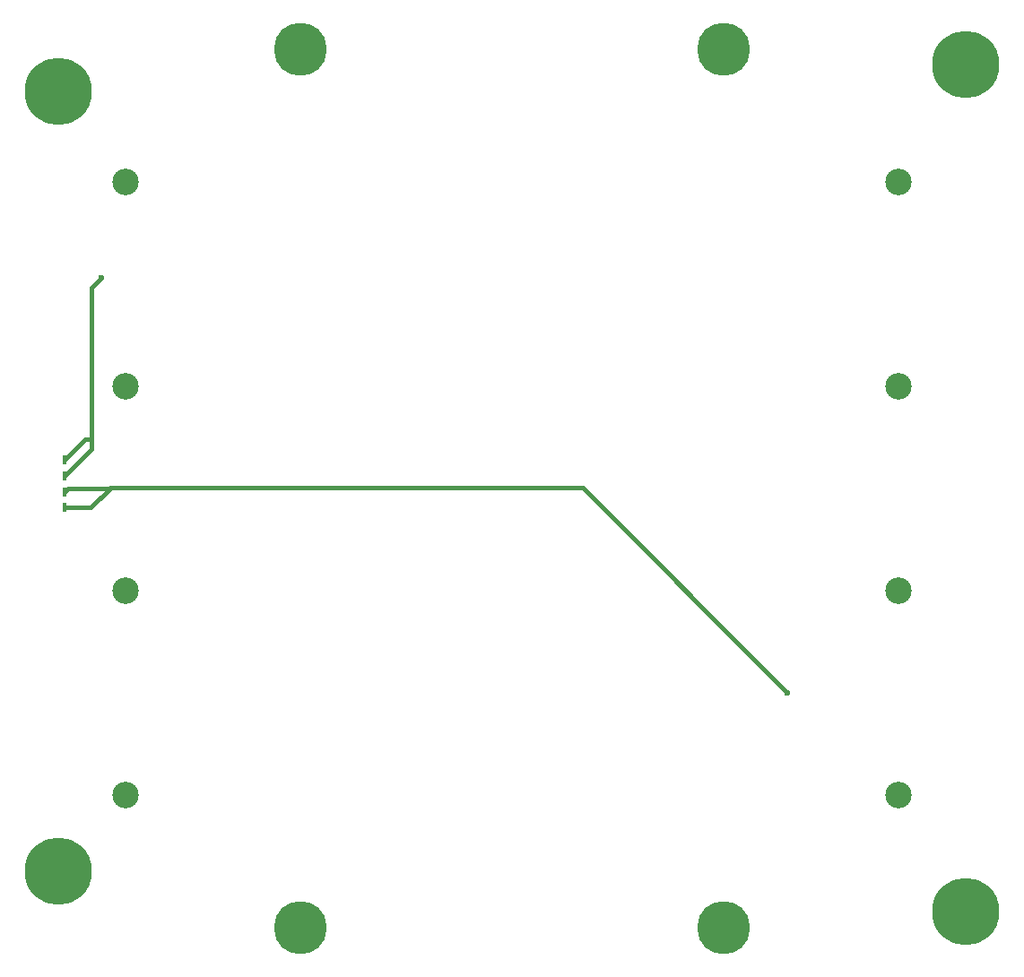
<source format=gbr>
G04 #@! TF.FileFunction,Copper,L2,Bot,Signal*
%FSLAX46Y46*%
G04 Gerber Fmt 4.6, Leading zero omitted, Abs format (unit mm)*
G04 Created by KiCad (PCBNEW 4.0.7) date 05/18/18 17:47:47*
%MOMM*%
%LPD*%
G01*
G04 APERTURE LIST*
%ADD10C,0.100000*%
%ADD11C,5.000000*%
%ADD12C,6.350000*%
%ADD13C,2.500000*%
%ADD14O,0.400000X0.900000*%
%ADD15C,0.600000*%
%ADD16C,0.450000*%
G04 APERTURE END LIST*
D10*
D11*
X164505000Y-130800000D03*
X164505000Y-47900000D03*
D12*
X187365000Y-129355000D03*
X187365000Y-49345000D03*
X101635000Y-125545000D03*
D13*
X108050000Y-60400000D03*
X180960000Y-60400000D03*
X108050000Y-79700000D03*
X108050000Y-99000000D03*
X108050000Y-118300000D03*
X180960000Y-79700000D03*
X180960000Y-99000000D03*
X180960000Y-118300000D03*
D12*
X101635000Y-51885000D03*
D11*
X124505000Y-47900000D03*
X124505000Y-130800000D03*
D14*
X102240000Y-91153000D03*
X102240000Y-89656000D03*
X102240000Y-88159000D03*
X102240000Y-86662000D03*
D15*
X170510000Y-108650000D03*
X105700000Y-69490000D03*
D16*
X106565000Y-89325000D02*
X102571000Y-89325000D01*
X102571000Y-89325000D02*
X102240000Y-89656000D01*
X104737000Y-91153000D02*
X102240000Y-91153000D01*
X106580000Y-89310000D02*
X106565000Y-89325000D01*
X106565000Y-89325000D02*
X104737000Y-91153000D01*
X151170000Y-89310000D02*
X106580000Y-89310000D01*
X170510000Y-108650000D02*
X151170000Y-89310000D01*
X104800000Y-84710000D02*
X104800000Y-70390000D01*
X104800000Y-70390000D02*
X105700000Y-69490000D01*
X104800000Y-84710000D02*
X104192000Y-84710000D01*
X104192000Y-84710000D02*
X102240000Y-86662000D01*
X104800000Y-85599000D02*
X102240000Y-88159000D01*
X104800000Y-84710000D02*
X104800000Y-85599000D01*
M02*

</source>
